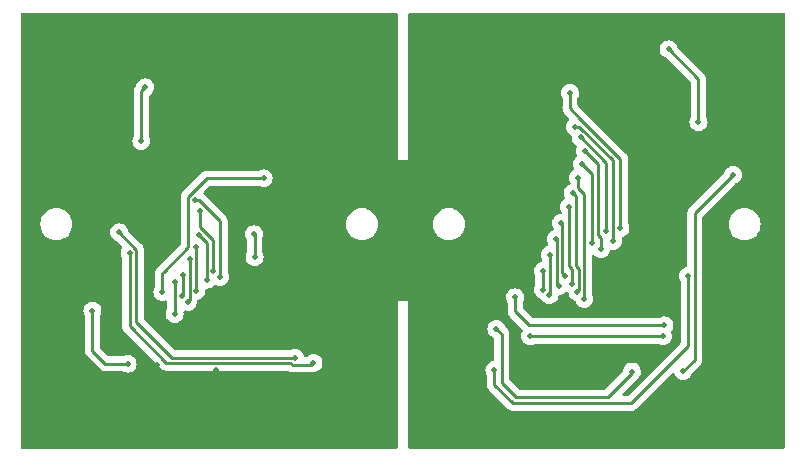
<source format=gbr>
%TF.GenerationSoftware,KiCad,Pcbnew,7.0.8-7.0.8~ubuntu22.04.1*%
%TF.CreationDate,2023-10-22T18:31:10+02:00*%
%TF.ProjectId,extension-cable,65787465-6e73-4696-9f6e-2d6361626c65,rev?*%
%TF.SameCoordinates,Original*%
%TF.FileFunction,Copper,L2,Bot*%
%TF.FilePolarity,Positive*%
%FSLAX46Y46*%
G04 Gerber Fmt 4.6, Leading zero omitted, Abs format (unit mm)*
G04 Created by KiCad (PCBNEW 7.0.8-7.0.8~ubuntu22.04.1) date 2023-10-22 18:31:10*
%MOMM*%
%LPD*%
G01*
G04 APERTURE LIST*
%TA.AperFunction,ViaPad*%
%ADD10C,0.500000*%
%TD*%
%TA.AperFunction,ViaPad*%
%ADD11C,0.800000*%
%TD*%
%TA.AperFunction,Conductor*%
%ADD12C,0.250000*%
%TD*%
G04 APERTURE END LIST*
D10*
X109900000Y-74870000D03*
X109900000Y-76916000D03*
X109900000Y-78962000D03*
X109900000Y-85100000D03*
X109900000Y-83054000D03*
X109900000Y-81008000D03*
X117800000Y-88320000D03*
X85860000Y-80150000D03*
X100755000Y-90765000D03*
D11*
X119770000Y-91820000D03*
X118520000Y-67660000D03*
X89249829Y-67956895D03*
D10*
X94033948Y-91780000D03*
D11*
X133020000Y-67540000D03*
X100740000Y-67850000D03*
X130540000Y-67590000D03*
D10*
X89040000Y-91390000D03*
D11*
X98260000Y-67900000D03*
X121529829Y-67646895D03*
X86240000Y-67970000D03*
D10*
X87500000Y-91240000D03*
X89520000Y-85180000D03*
X98090000Y-75570000D03*
X97320000Y-82210000D03*
X97270000Y-80310000D03*
X90560000Y-84380000D03*
X90550000Y-87040000D03*
X91250000Y-83750000D03*
X91142198Y-85553987D03*
X91659983Y-86017590D03*
X91820000Y-82390000D03*
X92400000Y-85090000D03*
X92329909Y-81399910D03*
X93270000Y-84150000D03*
X92578807Y-80344909D03*
X93840000Y-83390000D03*
X92720000Y-78320000D03*
X92290000Y-77400000D03*
X94410000Y-83910000D03*
X87740000Y-72390000D03*
X88060000Y-67870000D03*
X86580000Y-91260000D03*
X83600000Y-86770000D03*
X102310000Y-91210000D03*
X86740000Y-81861834D03*
X117630000Y-91820000D03*
X134040000Y-83830000D03*
X121740000Y-83440000D03*
X121750000Y-84990000D03*
X122290000Y-85450000D03*
X122330000Y-82030000D03*
X122820000Y-80710000D03*
X123075000Y-84690070D03*
X123645000Y-83840000D03*
X123266382Y-79373996D03*
X124215000Y-84550000D03*
X123956404Y-77977493D03*
X124250000Y-76810000D03*
X124660000Y-85190000D03*
X125240000Y-85770000D03*
X124710000Y-75530000D03*
X125910000Y-81070000D03*
X125050000Y-74380000D03*
X125281949Y-73248051D03*
X126656252Y-81568319D03*
X127090000Y-80040000D03*
X124926949Y-72113051D03*
X127680000Y-80860000D03*
X124440000Y-71210000D03*
X128300000Y-79790000D03*
X124030000Y-68340000D03*
X129280000Y-91930000D03*
X134910000Y-70790000D03*
X132380000Y-64650000D03*
X120640000Y-88940000D03*
X131900000Y-88930000D03*
X133620000Y-91910000D03*
X137850000Y-75260000D03*
X132030000Y-88020000D03*
X119380000Y-85650000D03*
D12*
X118265000Y-92905000D02*
X118265000Y-88785000D01*
X118265000Y-88785000D02*
X117800000Y-88320000D01*
X85860000Y-80150000D02*
X87310000Y-81600000D01*
X87310000Y-87720000D02*
X90355000Y-90765000D01*
X87310000Y-81600000D02*
X87310000Y-87720000D01*
X90355000Y-90765000D02*
X100755000Y-90765000D01*
X91720000Y-77121660D02*
X91720000Y-81410000D01*
X89520000Y-83610000D02*
X89670000Y-83460000D01*
X98090000Y-75570000D02*
X93271660Y-75570000D01*
X89520000Y-85180000D02*
X89520000Y-83610000D01*
X93271660Y-75570000D02*
X91720000Y-77121660D01*
X91720000Y-81410000D02*
X89670000Y-83460000D01*
X97320000Y-80360000D02*
X97270000Y-80310000D01*
X97320000Y-82210000D02*
X97320000Y-80360000D01*
X90560000Y-87030000D02*
X90550000Y-87040000D01*
X90560000Y-84380000D02*
X90560000Y-87030000D01*
X91250000Y-85446185D02*
X91142198Y-85553987D01*
X91250000Y-83750000D02*
X91250000Y-85446185D01*
X91820000Y-82390000D02*
X91820000Y-85857573D01*
X91820000Y-85857573D02*
X91659983Y-86017590D01*
X92400000Y-85090000D02*
X92400000Y-81470001D01*
X92400000Y-81470001D02*
X92329909Y-81399910D01*
X93270000Y-81036102D02*
X92578807Y-80344909D01*
X93270000Y-84150000D02*
X93270000Y-81036102D01*
X92720000Y-78320000D02*
X92720000Y-79680000D01*
X92720000Y-79680000D02*
X93840000Y-80800000D01*
X93840000Y-80800000D02*
X93840000Y-83390000D01*
X94410000Y-79203898D02*
X92606102Y-77400000D01*
X92606102Y-77400000D02*
X92290000Y-77400000D01*
X94410000Y-83910000D02*
X94410000Y-79203898D01*
X87740000Y-72390000D02*
X87740000Y-68190000D01*
X87740000Y-68190000D02*
X88060000Y-67870000D01*
X83600000Y-90170000D02*
X84690000Y-91260000D01*
X84690000Y-91260000D02*
X86580000Y-91260000D01*
X83600000Y-86770000D02*
X83600000Y-90170000D01*
X100393898Y-91210000D02*
X89840000Y-91210000D01*
X102310000Y-91210000D02*
X102185000Y-91335000D01*
X89840000Y-91210000D02*
X86740000Y-88110000D01*
X86740000Y-88110000D02*
X86740000Y-81861834D01*
X102185000Y-91335000D02*
X100518898Y-91335000D01*
X100518898Y-91335000D02*
X100393898Y-91210000D01*
X129220000Y-94610000D02*
X134030000Y-89800000D01*
X117630000Y-93030000D02*
X119210000Y-94610000D01*
X134030000Y-89800000D02*
X134030000Y-83840000D01*
X119210000Y-94610000D02*
X129220000Y-94610000D01*
X134030000Y-83840000D02*
X134040000Y-83830000D01*
X117630000Y-91820000D02*
X117630000Y-93030000D01*
X121740000Y-83440000D02*
X121740000Y-84980000D01*
X121740000Y-84980000D02*
X121750000Y-84990000D01*
X122330000Y-82030000D02*
X122330000Y-85410000D01*
X122330000Y-85410000D02*
X122290000Y-85450000D01*
X122900000Y-84515070D02*
X123075000Y-84690070D01*
X122900000Y-80790000D02*
X122900000Y-84515070D01*
X122820000Y-80710000D02*
X122900000Y-80790000D01*
X123390000Y-83585000D02*
X123645000Y-83840000D01*
X123266382Y-79373996D02*
X123390000Y-79497614D01*
X123390000Y-79497614D02*
X123390000Y-83585000D01*
X123956404Y-77977493D02*
X123956404Y-83025730D01*
X123956404Y-83025730D02*
X124215000Y-83284326D01*
X124215000Y-83284326D02*
X124215000Y-84550000D01*
X124548506Y-77108506D02*
X124548506Y-82988506D01*
X124785000Y-83225000D02*
X124785000Y-85065000D01*
X124548506Y-82988506D02*
X124785000Y-83225000D01*
X124785000Y-85065000D02*
X124660000Y-85190000D01*
X124250000Y-76810000D02*
X124548506Y-77108506D01*
X125240000Y-76900000D02*
X125240000Y-85770000D01*
X124710000Y-76370000D02*
X125240000Y-76900000D01*
X124710000Y-75530000D02*
X124710000Y-76370000D01*
X125910000Y-75240000D02*
X125910000Y-81070000D01*
X125050000Y-74380000D02*
X125910000Y-75240000D01*
X126680000Y-81544571D02*
X126656252Y-81568319D01*
X125281949Y-73248051D02*
X126420000Y-74386102D01*
X126680000Y-80610000D02*
X126680000Y-81544571D01*
X126420000Y-74386102D02*
X126420000Y-80350000D01*
X126420000Y-80350000D02*
X126680000Y-80610000D01*
X124953051Y-72113051D02*
X124926949Y-72113051D01*
X127090000Y-80040000D02*
X127090000Y-74250000D01*
X127090000Y-74250000D02*
X124953051Y-72113051D01*
X124830000Y-71210000D02*
X127680000Y-74060000D01*
X127680000Y-74060000D02*
X127680000Y-80860000D01*
X124440000Y-71210000D02*
X124830000Y-71210000D01*
X124030000Y-69640000D02*
X124900000Y-70510000D01*
X124030000Y-68340000D02*
X124030000Y-69640000D01*
X128300000Y-73910000D02*
X124900000Y-70510000D01*
X128300000Y-79790000D02*
X128300000Y-73910000D01*
X118265000Y-92905000D02*
X119470000Y-94110000D01*
X129280000Y-92090000D02*
X129280000Y-91930000D01*
X127260000Y-94110000D02*
X129280000Y-92090000D01*
X119470000Y-94110000D02*
X127260000Y-94110000D01*
X134910000Y-67180000D02*
X134910000Y-70790000D01*
X134910000Y-67180000D02*
X132380000Y-64650000D01*
X131900000Y-88930000D02*
X120650000Y-88930000D01*
X120650000Y-88930000D02*
X120640000Y-88940000D01*
X134610000Y-78500000D02*
X137850000Y-75260000D01*
X133620000Y-91910000D02*
X134610000Y-90920000D01*
X134610000Y-90920000D02*
X134610000Y-78500000D01*
X119380000Y-86830000D02*
X120570000Y-88020000D01*
X119380000Y-85650000D02*
X119380000Y-86830000D01*
X120570000Y-88020000D02*
X131940000Y-88020000D01*
%TA.AperFunction,Conductor*%
G36*
X109392539Y-61570185D02*
G01*
X109438294Y-61622989D01*
X109449500Y-61674500D01*
X109449500Y-73965289D01*
X109445339Y-73986209D01*
X109445339Y-73999999D01*
X109453683Y-74020144D01*
X109461348Y-74038651D01*
X109500000Y-74054661D01*
X109513795Y-74054661D01*
X109534712Y-74050500D01*
X110265288Y-74050500D01*
X110286205Y-74054661D01*
X110300000Y-74054661D01*
X110338651Y-74038651D01*
X110346317Y-74020144D01*
X110354661Y-74000000D01*
X110354661Y-73999999D01*
X110354661Y-73986209D01*
X110350500Y-73965289D01*
X110350500Y-64650003D01*
X131616701Y-64650003D01*
X131635836Y-64819844D01*
X131635837Y-64819849D01*
X131692291Y-64981183D01*
X131783229Y-65125909D01*
X131904091Y-65246771D01*
X132048817Y-65337709D01*
X132210150Y-65394162D01*
X132210151Y-65394162D01*
X132211291Y-65394561D01*
X132258018Y-65423922D01*
X134240181Y-67406085D01*
X134273666Y-67467408D01*
X134276500Y-67493766D01*
X134276500Y-70336819D01*
X134257494Y-70402791D01*
X134222291Y-70458815D01*
X134165837Y-70620150D01*
X134165836Y-70620155D01*
X134146701Y-70789996D01*
X134146701Y-70790003D01*
X134165836Y-70959844D01*
X134165837Y-70959849D01*
X134222291Y-71121183D01*
X134278100Y-71210003D01*
X134313229Y-71265909D01*
X134434091Y-71386771D01*
X134578817Y-71477709D01*
X134740150Y-71534162D01*
X134740155Y-71534163D01*
X134909996Y-71553299D01*
X134910000Y-71553299D01*
X134910004Y-71553299D01*
X135079844Y-71534163D01*
X135079847Y-71534162D01*
X135079850Y-71534162D01*
X135241183Y-71477709D01*
X135385909Y-71386771D01*
X135506771Y-71265909D01*
X135597709Y-71121183D01*
X135654162Y-70959850D01*
X135673299Y-70790000D01*
X135667000Y-70734094D01*
X135654163Y-70620155D01*
X135654162Y-70620150D01*
X135651740Y-70613229D01*
X135597709Y-70458817D01*
X135594639Y-70453931D01*
X135562506Y-70402791D01*
X135543500Y-70336819D01*
X135543500Y-67263631D01*
X135545238Y-67247881D01*
X135544968Y-67247856D01*
X135545701Y-67240094D01*
X135545702Y-67240091D01*
X135543500Y-67170041D01*
X135543500Y-67140144D01*
X135542614Y-67133136D01*
X135542156Y-67127314D01*
X135540673Y-67080110D01*
X135540672Y-67080108D01*
X135534979Y-67060514D01*
X135531032Y-67041457D01*
X135528474Y-67021203D01*
X135511084Y-66977284D01*
X135509193Y-66971757D01*
X135496018Y-66926408D01*
X135496018Y-66926407D01*
X135485624Y-66908832D01*
X135477064Y-66891356D01*
X135469554Y-66872388D01*
X135469554Y-66872387D01*
X135469553Y-66872385D01*
X135469552Y-66872383D01*
X135441789Y-66834171D01*
X135438587Y-66829297D01*
X135414542Y-66788637D01*
X135400106Y-66774201D01*
X135387469Y-66759406D01*
X135375471Y-66742892D01*
X135339084Y-66712790D01*
X135334762Y-66708857D01*
X133153921Y-64528016D01*
X133124560Y-64481289D01*
X133124162Y-64480152D01*
X133124162Y-64480150D01*
X133067709Y-64318817D01*
X132976771Y-64174091D01*
X132855909Y-64053229D01*
X132855908Y-64053228D01*
X132711183Y-63962291D01*
X132549849Y-63905837D01*
X132549844Y-63905836D01*
X132380004Y-63886701D01*
X132379996Y-63886701D01*
X132210155Y-63905836D01*
X132210150Y-63905837D01*
X132048816Y-63962291D01*
X131904091Y-64053228D01*
X131783228Y-64174091D01*
X131692291Y-64318816D01*
X131635837Y-64480150D01*
X131635836Y-64480155D01*
X131616701Y-64649996D01*
X131616701Y-64650003D01*
X110350500Y-64650003D01*
X110350500Y-61674500D01*
X110370185Y-61607461D01*
X110422989Y-61561706D01*
X110474500Y-61550500D01*
X142125500Y-61550500D01*
X142192539Y-61570185D01*
X142238294Y-61622989D01*
X142249500Y-61674500D01*
X142249500Y-98325500D01*
X142229815Y-98392539D01*
X142177011Y-98438294D01*
X142125500Y-98449500D01*
X110474500Y-98449500D01*
X110407461Y-98429815D01*
X110361706Y-98377011D01*
X110350500Y-98325500D01*
X110350500Y-91820003D01*
X116866701Y-91820003D01*
X116885836Y-91989844D01*
X116885839Y-91989857D01*
X116942290Y-92151181D01*
X116942291Y-92151183D01*
X116977493Y-92207206D01*
X116996500Y-92273178D01*
X116996500Y-92946366D01*
X116994761Y-92962113D01*
X116995032Y-92962139D01*
X116994298Y-92969905D01*
X116996500Y-93039957D01*
X116996500Y-93069859D01*
X116997384Y-93076856D01*
X116997842Y-93082679D01*
X116999326Y-93129889D01*
X116999327Y-93129891D01*
X117005022Y-93149495D01*
X117008967Y-93168542D01*
X117011526Y-93188797D01*
X117011527Y-93188800D01*
X117011528Y-93188803D01*
X117028914Y-93232716D01*
X117030806Y-93238244D01*
X117043981Y-93283592D01*
X117054372Y-93301162D01*
X117062932Y-93318635D01*
X117070447Y-93337617D01*
X117098209Y-93375827D01*
X117101416Y-93380710D01*
X117125458Y-93421362D01*
X117125462Y-93421366D01*
X117139889Y-93435793D01*
X117152526Y-93450588D01*
X117164528Y-93467107D01*
X117200931Y-93497222D01*
X117205231Y-93501135D01*
X118702910Y-94998814D01*
X118712816Y-95011178D01*
X118713026Y-95011005D01*
X118718001Y-95017019D01*
X118769094Y-95064999D01*
X118790225Y-95086129D01*
X118790230Y-95086134D01*
X118795802Y-95090456D01*
X118800242Y-95094249D01*
X118834678Y-95126586D01*
X118852567Y-95136420D01*
X118868833Y-95147104D01*
X118884959Y-95159613D01*
X118928298Y-95178367D01*
X118933545Y-95180937D01*
X118974940Y-95203695D01*
X118994718Y-95208773D01*
X119013121Y-95215074D01*
X119031852Y-95223180D01*
X119031853Y-95223180D01*
X119031855Y-95223181D01*
X119059250Y-95227519D01*
X119078497Y-95230568D01*
X119084213Y-95231751D01*
X119129970Y-95243500D01*
X119150390Y-95243500D01*
X119169789Y-95245027D01*
X119189941Y-95248218D01*
X119189942Y-95248219D01*
X119189942Y-95248218D01*
X119189943Y-95248219D01*
X119236959Y-95243775D01*
X119242796Y-95243500D01*
X129136366Y-95243500D01*
X129152113Y-95245238D01*
X129152139Y-95244968D01*
X129159905Y-95245701D01*
X129159909Y-95245702D01*
X129229958Y-95243500D01*
X129259856Y-95243500D01*
X129259857Y-95243500D01*
X129261222Y-95243327D01*
X129266862Y-95242614D01*
X129272685Y-95242156D01*
X129298708Y-95241338D01*
X129319890Y-95240673D01*
X129329681Y-95237827D01*
X129339481Y-95234980D01*
X129358538Y-95231032D01*
X129378797Y-95228474D01*
X129422721Y-95211082D01*
X129428221Y-95209199D01*
X129473593Y-95196018D01*
X129491165Y-95185625D01*
X129508632Y-95177068D01*
X129527617Y-95169552D01*
X129565826Y-95141790D01*
X129570704Y-95138585D01*
X129611362Y-95114542D01*
X129625802Y-95100100D01*
X129640592Y-95087470D01*
X129657107Y-95075472D01*
X129687222Y-95039067D01*
X129691126Y-95034776D01*
X132676732Y-92049170D01*
X132738053Y-92015687D01*
X132807745Y-92020671D01*
X132863678Y-92062543D01*
X132881452Y-92095898D01*
X132932289Y-92241180D01*
X132932291Y-92241183D01*
X133023229Y-92385909D01*
X133144091Y-92506771D01*
X133288817Y-92597709D01*
X133450150Y-92654162D01*
X133450155Y-92654163D01*
X133619996Y-92673299D01*
X133620000Y-92673299D01*
X133620004Y-92673299D01*
X133789844Y-92654163D01*
X133789847Y-92654162D01*
X133789850Y-92654162D01*
X133951183Y-92597709D01*
X134095909Y-92506771D01*
X134216771Y-92385909D01*
X134307709Y-92241183D01*
X134364162Y-92079850D01*
X134364162Y-92079845D01*
X134364561Y-92078707D01*
X134393920Y-92031982D01*
X134998815Y-91427087D01*
X135011180Y-91417183D01*
X135011006Y-91416973D01*
X135017012Y-91412003D01*
X135017018Y-91412000D01*
X135064999Y-91360904D01*
X135086134Y-91339770D01*
X135090463Y-91334187D01*
X135094242Y-91329763D01*
X135126586Y-91295321D01*
X135136423Y-91277424D01*
X135147097Y-91261174D01*
X135159613Y-91245041D01*
X135178372Y-91201689D01*
X135180933Y-91196462D01*
X135203695Y-91155060D01*
X135208774Y-91135274D01*
X135215072Y-91116882D01*
X135223181Y-91098145D01*
X135229330Y-91059310D01*
X135230568Y-91051501D01*
X135231748Y-91045794D01*
X135243500Y-91000030D01*
X135243500Y-90979609D01*
X135245027Y-90960209D01*
X135248219Y-90940057D01*
X135243775Y-90893040D01*
X135243500Y-90887203D01*
X135243500Y-79460000D01*
X137454341Y-79460000D01*
X137474936Y-79695403D01*
X137474938Y-79695413D01*
X137536094Y-79923655D01*
X137536096Y-79923659D01*
X137536097Y-79923663D01*
X137561816Y-79978817D01*
X137635964Y-80137828D01*
X137635965Y-80137830D01*
X137771505Y-80331402D01*
X137938597Y-80498494D01*
X138132169Y-80634034D01*
X138132171Y-80634035D01*
X138346337Y-80733903D01*
X138574592Y-80795063D01*
X138751034Y-80810500D01*
X138868966Y-80810500D01*
X139045408Y-80795063D01*
X139273663Y-80733903D01*
X139487829Y-80634035D01*
X139681401Y-80498495D01*
X139848495Y-80331401D01*
X139984035Y-80137830D01*
X140083903Y-79923663D01*
X140145063Y-79695408D01*
X140165659Y-79460000D01*
X140165555Y-79458817D01*
X140149528Y-79275625D01*
X140145063Y-79224592D01*
X140083903Y-78996337D01*
X139984035Y-78782171D01*
X139984034Y-78782169D01*
X139848494Y-78588597D01*
X139681402Y-78421505D01*
X139487830Y-78285965D01*
X139487828Y-78285964D01*
X139353993Y-78223556D01*
X139273663Y-78186097D01*
X139273659Y-78186096D01*
X139273655Y-78186094D01*
X139045413Y-78124938D01*
X139045403Y-78124936D01*
X138868966Y-78109500D01*
X138751034Y-78109500D01*
X138574596Y-78124936D01*
X138574586Y-78124938D01*
X138346344Y-78186094D01*
X138346335Y-78186098D01*
X138132171Y-78285964D01*
X138132169Y-78285965D01*
X137938597Y-78421505D01*
X137771506Y-78588597D01*
X137771501Y-78588604D01*
X137635967Y-78782165D01*
X137635965Y-78782169D01*
X137536098Y-78996335D01*
X137536094Y-78996344D01*
X137474938Y-79224586D01*
X137474936Y-79224596D01*
X137454341Y-79459999D01*
X137454341Y-79460000D01*
X135243500Y-79460000D01*
X135243500Y-78813766D01*
X135263185Y-78746727D01*
X135279819Y-78726085D01*
X136625185Y-77380719D01*
X137971983Y-76033920D01*
X138018708Y-76004561D01*
X138019847Y-76004162D01*
X138019850Y-76004162D01*
X138181183Y-75947709D01*
X138325909Y-75856771D01*
X138446771Y-75735909D01*
X138537709Y-75591183D01*
X138594162Y-75429850D01*
X138597508Y-75400155D01*
X138613299Y-75260003D01*
X138613299Y-75259996D01*
X138594163Y-75090155D01*
X138594162Y-75090150D01*
X138563643Y-75002932D01*
X138537709Y-74928817D01*
X138446771Y-74784091D01*
X138325909Y-74663229D01*
X138325908Y-74663228D01*
X138181183Y-74572291D01*
X138019849Y-74515837D01*
X138019844Y-74515836D01*
X137850004Y-74496701D01*
X137849996Y-74496701D01*
X137680155Y-74515836D01*
X137680150Y-74515837D01*
X137518816Y-74572291D01*
X137374091Y-74663228D01*
X137253228Y-74784091D01*
X137162289Y-74928819D01*
X137105438Y-75091290D01*
X137076078Y-75138016D01*
X134221179Y-77992914D01*
X134208820Y-78002818D01*
X134208993Y-78003027D01*
X134202983Y-78007999D01*
X134155016Y-78059078D01*
X134133872Y-78080222D01*
X134133857Y-78080239D01*
X134129531Y-78085814D01*
X134125747Y-78090244D01*
X134093419Y-78124671D01*
X134093412Y-78124681D01*
X134083579Y-78142567D01*
X134072903Y-78158820D01*
X134060386Y-78174957D01*
X134060385Y-78174959D01*
X134041625Y-78218310D01*
X134039055Y-78223556D01*
X134016303Y-78264941D01*
X134016303Y-78264942D01*
X134011225Y-78284720D01*
X134004925Y-78303122D01*
X133996818Y-78321857D01*
X133989431Y-78368495D01*
X133988246Y-78374216D01*
X133976500Y-78419965D01*
X133976500Y-78440384D01*
X133974973Y-78459783D01*
X133971780Y-78479941D01*
X133971780Y-78479942D01*
X133976225Y-78526966D01*
X133976500Y-78532804D01*
X133976500Y-82963041D01*
X133956815Y-83030080D01*
X133904011Y-83075835D01*
X133876742Y-83083394D01*
X133876946Y-83084286D01*
X133870158Y-83085835D01*
X133708817Y-83142290D01*
X133564091Y-83233228D01*
X133443228Y-83354091D01*
X133352291Y-83498816D01*
X133295837Y-83660150D01*
X133295836Y-83660155D01*
X133276701Y-83829996D01*
X133276701Y-83830003D01*
X133295836Y-83999844D01*
X133295839Y-83999857D01*
X133352290Y-84161181D01*
X133352291Y-84161183D01*
X133377493Y-84201291D01*
X133396500Y-84267263D01*
X133396500Y-89486233D01*
X133376815Y-89553272D01*
X133360181Y-89573914D01*
X128993914Y-93940181D01*
X128932591Y-93973666D01*
X128906233Y-93976500D01*
X128588766Y-93976500D01*
X128521727Y-93956815D01*
X128475972Y-93904011D01*
X128466028Y-93834853D01*
X128495053Y-93771297D01*
X128501085Y-93764819D01*
X128792238Y-93473666D01*
X129668815Y-92597087D01*
X129681175Y-92587187D01*
X129681001Y-92586977D01*
X129687011Y-92582004D01*
X129687018Y-92582000D01*
X129703455Y-92564495D01*
X129727869Y-92544388D01*
X129755909Y-92526771D01*
X129876771Y-92405909D01*
X129967709Y-92261183D01*
X130024162Y-92099850D01*
X130024163Y-92099844D01*
X130043299Y-91930003D01*
X130043299Y-91929996D01*
X130024163Y-91760155D01*
X130024162Y-91760150D01*
X129998184Y-91685909D01*
X129967709Y-91598817D01*
X129876771Y-91454091D01*
X129755909Y-91333229D01*
X129755908Y-91333228D01*
X129611183Y-91242291D01*
X129449849Y-91185837D01*
X129449844Y-91185836D01*
X129280004Y-91166701D01*
X129279996Y-91166701D01*
X129110155Y-91185836D01*
X129110150Y-91185837D01*
X128948816Y-91242291D01*
X128804091Y-91333228D01*
X128683228Y-91454091D01*
X128592291Y-91598816D01*
X128535837Y-91760150D01*
X128535836Y-91760155D01*
X128518080Y-91917754D01*
X128491014Y-91982168D01*
X128482541Y-91991552D01*
X127033914Y-93440181D01*
X126972591Y-93473666D01*
X126946233Y-93476500D01*
X119783767Y-93476500D01*
X119716728Y-93456815D01*
X119696086Y-93440181D01*
X118934819Y-92678914D01*
X118901334Y-92617591D01*
X118898500Y-92591233D01*
X118898500Y-88868631D01*
X118900238Y-88852881D01*
X118899968Y-88852856D01*
X118900701Y-88845094D01*
X118900702Y-88845091D01*
X118898500Y-88775041D01*
X118898500Y-88745144D01*
X118897614Y-88738136D01*
X118897156Y-88732314D01*
X118895673Y-88685110D01*
X118895672Y-88685108D01*
X118889979Y-88665514D01*
X118886032Y-88646457D01*
X118883474Y-88626203D01*
X118866084Y-88582284D01*
X118864193Y-88576757D01*
X118851018Y-88531408D01*
X118851018Y-88531407D01*
X118840624Y-88513832D01*
X118832064Y-88496356D01*
X118824554Y-88477388D01*
X118824554Y-88477387D01*
X118824553Y-88477385D01*
X118824552Y-88477383D01*
X118796789Y-88439171D01*
X118793587Y-88434297D01*
X118769542Y-88393637D01*
X118755106Y-88379201D01*
X118742469Y-88364406D01*
X118730472Y-88347893D01*
X118694084Y-88317790D01*
X118689762Y-88313857D01*
X118573921Y-88198016D01*
X118544560Y-88151289D01*
X118544162Y-88150152D01*
X118544162Y-88150150D01*
X118487709Y-87988817D01*
X118396771Y-87844091D01*
X118275909Y-87723229D01*
X118275908Y-87723228D01*
X118131183Y-87632291D01*
X117969849Y-87575837D01*
X117969844Y-87575836D01*
X117800004Y-87556701D01*
X117799996Y-87556701D01*
X117630155Y-87575836D01*
X117630150Y-87575837D01*
X117468816Y-87632291D01*
X117324091Y-87723228D01*
X117203228Y-87844091D01*
X117112291Y-87988816D01*
X117055837Y-88150150D01*
X117055836Y-88150155D01*
X117036701Y-88319996D01*
X117036701Y-88320003D01*
X117055836Y-88489844D01*
X117055837Y-88489849D01*
X117112291Y-88651183D01*
X117190116Y-88775041D01*
X117203229Y-88795909D01*
X117324091Y-88916771D01*
X117468817Y-89007709D01*
X117548454Y-89035575D01*
X117605230Y-89076297D01*
X117630978Y-89141249D01*
X117631500Y-89152617D01*
X117631500Y-90945718D01*
X117611815Y-91012757D01*
X117559011Y-91058512D01*
X117521384Y-91068938D01*
X117460154Y-91075836D01*
X117460150Y-91075837D01*
X117298816Y-91132291D01*
X117154091Y-91223228D01*
X117033228Y-91344091D01*
X116942291Y-91488816D01*
X116885837Y-91650150D01*
X116885836Y-91650155D01*
X116866701Y-91819996D01*
X116866701Y-91820003D01*
X110350500Y-91820003D01*
X110350500Y-86034711D01*
X110354661Y-86013796D01*
X110354661Y-86000000D01*
X110351347Y-85992000D01*
X110338651Y-85961349D01*
X110338650Y-85961348D01*
X110331214Y-85958268D01*
X110300001Y-85945339D01*
X110286205Y-85945339D01*
X110265288Y-85949500D01*
X109534712Y-85949500D01*
X109513795Y-85945339D01*
X109499999Y-85945339D01*
X109468786Y-85958268D01*
X109461349Y-85961348D01*
X109445339Y-86000000D01*
X109445339Y-86013796D01*
X109449500Y-86034711D01*
X109449500Y-98325500D01*
X109429815Y-98392539D01*
X109377011Y-98438294D01*
X109325500Y-98449500D01*
X77644500Y-98449500D01*
X77577461Y-98429815D01*
X77531706Y-98377011D01*
X77520500Y-98325500D01*
X77520500Y-86770003D01*
X82836701Y-86770003D01*
X82855836Y-86939844D01*
X82855839Y-86939857D01*
X82912290Y-87101181D01*
X82912291Y-87101183D01*
X82947493Y-87157206D01*
X82966500Y-87223178D01*
X82966500Y-90086366D01*
X82964761Y-90102113D01*
X82965032Y-90102139D01*
X82964298Y-90109905D01*
X82966500Y-90179957D01*
X82966500Y-90209859D01*
X82967384Y-90216856D01*
X82967842Y-90222679D01*
X82969326Y-90269889D01*
X82969327Y-90269891D01*
X82975022Y-90289495D01*
X82978967Y-90308542D01*
X82981526Y-90328797D01*
X82981527Y-90328800D01*
X82981528Y-90328803D01*
X82998914Y-90372716D01*
X83000806Y-90378244D01*
X83013981Y-90423592D01*
X83024372Y-90441162D01*
X83032932Y-90458635D01*
X83040447Y-90477617D01*
X83068209Y-90515827D01*
X83071416Y-90520710D01*
X83095458Y-90561362D01*
X83095462Y-90561366D01*
X83109889Y-90575793D01*
X83122527Y-90590589D01*
X83134528Y-90607107D01*
X83134530Y-90607109D01*
X83141927Y-90613228D01*
X83170931Y-90637222D01*
X83175231Y-90641135D01*
X83689156Y-91155060D01*
X84182909Y-91648813D01*
X84192818Y-91661181D01*
X84193028Y-91661008D01*
X84197998Y-91667017D01*
X84249079Y-91714984D01*
X84270224Y-91736130D01*
X84275813Y-91740466D01*
X84280245Y-91744252D01*
X84312159Y-91774220D01*
X84314680Y-91776587D01*
X84332562Y-91786417D01*
X84348829Y-91797102D01*
X84364960Y-91809615D01*
X84377579Y-91815075D01*
X84408307Y-91828371D01*
X84413533Y-91830931D01*
X84454940Y-91853695D01*
X84474716Y-91858772D01*
X84493124Y-91865075D01*
X84511850Y-91873179D01*
X84511852Y-91873180D01*
X84511853Y-91873180D01*
X84511855Y-91873181D01*
X84552784Y-91879663D01*
X84558503Y-91880569D01*
X84564212Y-91881751D01*
X84609970Y-91893500D01*
X84630384Y-91893500D01*
X84649783Y-91895027D01*
X84669943Y-91898220D01*
X84716966Y-91893775D01*
X84722804Y-91893500D01*
X86126820Y-91893500D01*
X86192793Y-91912507D01*
X86248814Y-91947708D01*
X86410150Y-92004162D01*
X86410155Y-92004163D01*
X86579996Y-92023299D01*
X86580000Y-92023299D01*
X86580004Y-92023299D01*
X86749844Y-92004163D01*
X86749847Y-92004162D01*
X86749850Y-92004162D01*
X86911183Y-91947709D01*
X87055909Y-91856771D01*
X87176771Y-91735909D01*
X87267709Y-91591183D01*
X87324162Y-91429850D01*
X87325564Y-91417408D01*
X87343299Y-91260003D01*
X87343299Y-91259996D01*
X87324163Y-91090155D01*
X87324162Y-91090150D01*
X87319153Y-91075836D01*
X87267709Y-90928817D01*
X87176771Y-90784091D01*
X87055909Y-90663229D01*
X87055908Y-90663228D01*
X86911183Y-90572291D01*
X86749849Y-90515837D01*
X86749844Y-90515836D01*
X86580004Y-90496701D01*
X86579996Y-90496701D01*
X86410155Y-90515836D01*
X86410150Y-90515837D01*
X86248814Y-90572291D01*
X86192793Y-90607493D01*
X86126820Y-90626500D01*
X85003766Y-90626500D01*
X84936727Y-90606815D01*
X84916085Y-90590181D01*
X84269819Y-89943914D01*
X84236334Y-89882591D01*
X84233500Y-89856233D01*
X84233500Y-87223178D01*
X84252506Y-87157206D01*
X84287709Y-87101183D01*
X84344162Y-86939850D01*
X84345284Y-86929891D01*
X84363299Y-86770003D01*
X84363299Y-86769996D01*
X84344163Y-86600155D01*
X84344162Y-86600150D01*
X84324021Y-86542591D01*
X84287709Y-86438817D01*
X84196771Y-86294091D01*
X84075909Y-86173229D01*
X84075908Y-86173228D01*
X83931183Y-86082291D01*
X83769849Y-86025837D01*
X83769844Y-86025836D01*
X83600004Y-86006701D01*
X83599996Y-86006701D01*
X83430155Y-86025836D01*
X83430150Y-86025837D01*
X83268816Y-86082291D01*
X83124091Y-86173228D01*
X83003228Y-86294091D01*
X82912291Y-86438816D01*
X82855837Y-86600150D01*
X82855836Y-86600155D01*
X82836701Y-86769996D01*
X82836701Y-86770003D01*
X77520500Y-86770003D01*
X77520500Y-79460000D01*
X79184341Y-79460000D01*
X79204936Y-79695403D01*
X79204938Y-79695413D01*
X79266094Y-79923655D01*
X79266096Y-79923659D01*
X79266097Y-79923663D01*
X79291816Y-79978817D01*
X79365964Y-80137828D01*
X79365965Y-80137830D01*
X79501505Y-80331402D01*
X79668597Y-80498494D01*
X79862169Y-80634034D01*
X79862171Y-80634035D01*
X80076337Y-80733903D01*
X80304592Y-80795063D01*
X80481034Y-80810500D01*
X80598966Y-80810500D01*
X80775408Y-80795063D01*
X81003663Y-80733903D01*
X81217829Y-80634035D01*
X81411401Y-80498495D01*
X81578495Y-80331401D01*
X81705511Y-80150003D01*
X85096701Y-80150003D01*
X85115836Y-80319844D01*
X85115837Y-80319849D01*
X85172291Y-80481183D01*
X85254919Y-80612685D01*
X85263229Y-80625909D01*
X85384091Y-80746771D01*
X85528817Y-80837709D01*
X85690150Y-80894162D01*
X85690151Y-80894162D01*
X85691291Y-80894561D01*
X85738018Y-80923922D01*
X86095219Y-81281123D01*
X86128704Y-81342446D01*
X86123720Y-81412138D01*
X86112532Y-81434775D01*
X86052292Y-81530647D01*
X85995837Y-81691984D01*
X85995836Y-81691989D01*
X85976701Y-81861830D01*
X85976701Y-81861837D01*
X85995836Y-82031678D01*
X85995839Y-82031691D01*
X86052290Y-82193015D01*
X86052291Y-82193017D01*
X86087493Y-82249040D01*
X86106500Y-82315012D01*
X86106500Y-88026366D01*
X86104761Y-88042113D01*
X86105032Y-88042139D01*
X86104298Y-88049905D01*
X86106500Y-88119957D01*
X86106500Y-88149859D01*
X86107384Y-88156856D01*
X86107842Y-88162679D01*
X86109326Y-88209889D01*
X86109327Y-88209891D01*
X86115022Y-88229495D01*
X86118967Y-88248542D01*
X86121526Y-88268797D01*
X86121527Y-88268800D01*
X86121528Y-88268803D01*
X86138914Y-88312716D01*
X86140806Y-88318244D01*
X86153981Y-88363592D01*
X86164372Y-88381162D01*
X86172932Y-88398635D01*
X86180447Y-88417617D01*
X86208209Y-88455827D01*
X86211418Y-88460712D01*
X86235452Y-88501353D01*
X86235458Y-88501362D01*
X86235462Y-88501366D01*
X86249889Y-88515793D01*
X86262526Y-88530588D01*
X86274528Y-88547107D01*
X86310931Y-88577222D01*
X86315231Y-88581135D01*
X88612911Y-90878816D01*
X89332912Y-91598817D01*
X89342816Y-91611178D01*
X89343026Y-91611005D01*
X89348001Y-91617019D01*
X89399078Y-91664984D01*
X89420224Y-91686130D01*
X89425813Y-91690466D01*
X89430245Y-91694252D01*
X89452324Y-91714984D01*
X89464680Y-91726587D01*
X89482562Y-91736417D01*
X89498829Y-91747102D01*
X89514960Y-91759615D01*
X89536838Y-91769081D01*
X89558307Y-91778371D01*
X89563533Y-91780931D01*
X89604940Y-91803695D01*
X89624716Y-91808772D01*
X89643124Y-91815075D01*
X89661850Y-91823179D01*
X89661852Y-91823180D01*
X89661853Y-91823180D01*
X89661855Y-91823181D01*
X89701956Y-91829532D01*
X89708503Y-91830569D01*
X89714212Y-91831751D01*
X89759970Y-91843500D01*
X89780384Y-91843500D01*
X89799783Y-91845027D01*
X89819943Y-91848220D01*
X89866966Y-91843775D01*
X89872804Y-91843500D01*
X100097032Y-91843500D01*
X100156760Y-91858833D01*
X100161456Y-91861414D01*
X100177731Y-91872105D01*
X100193851Y-91884610D01*
X100193853Y-91884611D01*
X100193857Y-91884614D01*
X100237205Y-91903371D01*
X100242431Y-91905931D01*
X100283838Y-91928695D01*
X100303614Y-91933772D01*
X100322022Y-91940075D01*
X100340748Y-91948179D01*
X100340750Y-91948180D01*
X100340751Y-91948180D01*
X100340753Y-91948181D01*
X100378518Y-91954162D01*
X100387401Y-91955569D01*
X100393110Y-91956751D01*
X100438868Y-91968500D01*
X100459282Y-91968500D01*
X100478681Y-91970027D01*
X100498841Y-91973220D01*
X100545864Y-91968775D01*
X100551702Y-91968500D01*
X102101366Y-91968500D01*
X102117113Y-91970238D01*
X102117139Y-91969968D01*
X102124905Y-91970701D01*
X102124909Y-91970702D01*
X102194958Y-91968500D01*
X102224856Y-91968500D01*
X102224858Y-91968500D01*
X102224859Y-91968499D01*
X102229271Y-91967941D01*
X102231842Y-91967617D01*
X102237655Y-91967158D01*
X102239844Y-91967088D01*
X102242665Y-91966999D01*
X102260453Y-91967716D01*
X102310000Y-91973299D01*
X102310000Y-91973298D01*
X102310001Y-91973299D01*
X102310003Y-91973299D01*
X102479844Y-91954163D01*
X102479847Y-91954162D01*
X102479850Y-91954162D01*
X102641183Y-91897709D01*
X102785909Y-91806771D01*
X102906771Y-91685909D01*
X102997709Y-91541183D01*
X103054162Y-91379850D01*
X103065701Y-91277435D01*
X103073299Y-91210003D01*
X103073299Y-91209996D01*
X103054163Y-91040155D01*
X103054162Y-91040150D01*
X103040123Y-91000028D01*
X102997709Y-90878817D01*
X102906771Y-90734091D01*
X102785909Y-90613229D01*
X102785908Y-90613228D01*
X102641183Y-90522291D01*
X102479849Y-90465837D01*
X102479844Y-90465836D01*
X102310004Y-90446701D01*
X102309996Y-90446701D01*
X102140155Y-90465836D01*
X102140150Y-90465837D01*
X101978816Y-90522291D01*
X101834091Y-90613228D01*
X101782139Y-90665181D01*
X101720816Y-90698666D01*
X101694458Y-90701500D01*
X101621958Y-90701500D01*
X101554919Y-90681815D01*
X101509164Y-90629011D01*
X101501606Y-90601732D01*
X101500711Y-90601937D01*
X101499162Y-90595150D01*
X101471409Y-90515837D01*
X101442709Y-90433817D01*
X101351771Y-90289091D01*
X101230909Y-90168229D01*
X101230908Y-90168228D01*
X101086183Y-90077291D01*
X100924849Y-90020837D01*
X100924844Y-90020836D01*
X100755004Y-90001701D01*
X100754996Y-90001701D01*
X100585155Y-90020836D01*
X100585150Y-90020837D01*
X100423814Y-90077291D01*
X100367793Y-90112493D01*
X100301820Y-90131500D01*
X90668767Y-90131500D01*
X90601728Y-90111815D01*
X90581086Y-90095181D01*
X87979819Y-87493914D01*
X87946334Y-87432591D01*
X87943500Y-87406233D01*
X87943500Y-85180003D01*
X88756701Y-85180003D01*
X88775836Y-85349844D01*
X88775837Y-85349849D01*
X88832291Y-85511183D01*
X88919513Y-85649996D01*
X88923229Y-85655909D01*
X89044091Y-85776771D01*
X89188817Y-85867709D01*
X89278456Y-85899075D01*
X89350150Y-85924162D01*
X89350155Y-85924163D01*
X89519996Y-85943299D01*
X89520000Y-85943299D01*
X89520004Y-85943299D01*
X89689844Y-85924163D01*
X89689847Y-85924162D01*
X89689850Y-85924162D01*
X89689851Y-85924161D01*
X89689854Y-85924161D01*
X89761544Y-85899075D01*
X89831323Y-85895512D01*
X89891951Y-85930241D01*
X89924178Y-85992234D01*
X89926500Y-86016116D01*
X89926500Y-86570904D01*
X89907494Y-86636876D01*
X89862291Y-86708815D01*
X89805837Y-86870150D01*
X89805836Y-86870155D01*
X89786701Y-87039996D01*
X89786701Y-87040003D01*
X89805836Y-87209844D01*
X89805837Y-87209849D01*
X89862291Y-87371183D01*
X89939408Y-87493914D01*
X89953229Y-87515909D01*
X90074091Y-87636771D01*
X90218817Y-87727709D01*
X90380150Y-87784162D01*
X90380155Y-87784163D01*
X90549996Y-87803299D01*
X90550000Y-87803299D01*
X90550004Y-87803299D01*
X90719844Y-87784163D01*
X90719847Y-87784162D01*
X90719850Y-87784162D01*
X90881183Y-87727709D01*
X91025909Y-87636771D01*
X91146771Y-87515909D01*
X91237709Y-87371183D01*
X91294162Y-87209850D01*
X91294163Y-87209844D01*
X91313299Y-87040003D01*
X91313299Y-87039997D01*
X91300893Y-86929889D01*
X91295499Y-86882018D01*
X91307553Y-86813198D01*
X91354902Y-86761818D01*
X91422513Y-86744194D01*
X91459673Y-86751094D01*
X91485292Y-86760058D01*
X91490133Y-86761752D01*
X91490134Y-86761752D01*
X91490138Y-86761753D01*
X91659979Y-86780889D01*
X91659983Y-86780889D01*
X91659987Y-86780889D01*
X91829827Y-86761753D01*
X91829830Y-86761752D01*
X91829833Y-86761752D01*
X91991166Y-86705299D01*
X92135892Y-86614361D01*
X92256754Y-86493499D01*
X92347692Y-86348773D01*
X92404145Y-86187440D01*
X92415227Y-86089081D01*
X92416783Y-86080612D01*
X92418265Y-86074830D01*
X92418768Y-86072873D01*
X92425072Y-86054455D01*
X92433181Y-86035718D01*
X92440569Y-85989070D01*
X92441751Y-85983359D01*
X92453500Y-85937603D01*
X92453500Y-85937601D01*
X92455440Y-85930046D01*
X92458092Y-85930727D01*
X92480758Y-85878713D01*
X92538867Y-85839918D01*
X92561993Y-85835047D01*
X92569850Y-85834162D01*
X92731183Y-85777709D01*
X92875909Y-85686771D01*
X92912677Y-85650003D01*
X118616701Y-85650003D01*
X118635836Y-85819844D01*
X118635839Y-85819857D01*
X118692290Y-85981181D01*
X118692291Y-85981183D01*
X118727493Y-86037206D01*
X118746500Y-86103178D01*
X118746500Y-86746366D01*
X118744761Y-86762113D01*
X118745032Y-86762139D01*
X118744298Y-86769905D01*
X118746500Y-86839957D01*
X118746500Y-86869859D01*
X118747384Y-86876856D01*
X118747842Y-86882679D01*
X118749326Y-86929889D01*
X118749327Y-86929891D01*
X118755022Y-86949495D01*
X118758967Y-86968542D01*
X118761526Y-86988797D01*
X118761527Y-86988800D01*
X118761528Y-86988803D01*
X118778914Y-87032716D01*
X118780806Y-87038244D01*
X118793981Y-87083592D01*
X118804372Y-87101162D01*
X118812932Y-87118635D01*
X118820447Y-87137617D01*
X118848209Y-87175827D01*
X118851416Y-87180710D01*
X118875458Y-87221362D01*
X118875462Y-87221366D01*
X118889889Y-87235793D01*
X118902526Y-87250588D01*
X118914528Y-87267107D01*
X118950931Y-87297222D01*
X118955231Y-87301135D01*
X119498187Y-87844091D01*
X120002229Y-88348133D01*
X120035714Y-88409456D01*
X120030730Y-88479148D01*
X120019542Y-88501785D01*
X119952292Y-88608813D01*
X119895837Y-88770150D01*
X119895836Y-88770155D01*
X119876701Y-88939996D01*
X119876701Y-88940003D01*
X119895836Y-89109844D01*
X119895837Y-89109849D01*
X119952291Y-89271183D01*
X120036945Y-89405909D01*
X120043229Y-89415909D01*
X120164091Y-89536771D01*
X120308817Y-89627709D01*
X120441572Y-89674162D01*
X120470150Y-89684162D01*
X120470155Y-89684163D01*
X120639996Y-89703299D01*
X120640000Y-89703299D01*
X120640004Y-89703299D01*
X120809844Y-89684163D01*
X120809846Y-89684162D01*
X120809850Y-89684162D01*
X120809853Y-89684160D01*
X120809857Y-89684160D01*
X120872942Y-89662084D01*
X120971183Y-89627709D01*
X121043121Y-89582506D01*
X121109093Y-89563500D01*
X131446820Y-89563500D01*
X131512793Y-89582507D01*
X131568814Y-89617708D01*
X131730150Y-89674162D01*
X131730155Y-89674163D01*
X131899996Y-89693299D01*
X131900000Y-89693299D01*
X131900004Y-89693299D01*
X132069844Y-89674163D01*
X132069847Y-89674162D01*
X132069850Y-89674162D01*
X132231183Y-89617709D01*
X132375909Y-89526771D01*
X132496771Y-89405909D01*
X132587709Y-89261183D01*
X132644162Y-89099850D01*
X132662172Y-88940003D01*
X132663299Y-88930003D01*
X132663299Y-88929996D01*
X132644163Y-88760155D01*
X132644160Y-88760142D01*
X132596893Y-88625063D01*
X132593330Y-88555285D01*
X132623170Y-88501943D01*
X132622430Y-88501353D01*
X132626016Y-88496855D01*
X132626261Y-88496419D01*
X132626324Y-88496356D01*
X132626771Y-88495909D01*
X132717709Y-88351183D01*
X132774162Y-88189850D01*
X132776336Y-88170556D01*
X132793299Y-88020003D01*
X132793299Y-88019996D01*
X132774163Y-87850155D01*
X132774162Y-87850150D01*
X132751072Y-87784163D01*
X132717709Y-87688817D01*
X132626771Y-87544091D01*
X132505909Y-87423229D01*
X132505908Y-87423228D01*
X132361183Y-87332291D01*
X132199849Y-87275837D01*
X132199844Y-87275836D01*
X132030004Y-87256701D01*
X132029996Y-87256701D01*
X131860155Y-87275836D01*
X131860150Y-87275837D01*
X131698814Y-87332291D01*
X131642793Y-87367493D01*
X131576820Y-87386500D01*
X120883766Y-87386500D01*
X120816727Y-87366815D01*
X120796085Y-87350181D01*
X120049819Y-86603914D01*
X120016334Y-86542591D01*
X120013500Y-86516233D01*
X120013500Y-86103178D01*
X120032506Y-86037206D01*
X120067709Y-85981183D01*
X120107416Y-85867708D01*
X120124160Y-85819857D01*
X120124163Y-85819844D01*
X120143299Y-85650003D01*
X120143299Y-85649996D01*
X120124163Y-85480155D01*
X120124162Y-85480150D01*
X120108095Y-85434233D01*
X120067709Y-85318817D01*
X119976771Y-85174091D01*
X119855909Y-85053229D01*
X119855908Y-85053228D01*
X119711183Y-84962291D01*
X119549849Y-84905837D01*
X119549844Y-84905836D01*
X119380004Y-84886701D01*
X119379996Y-84886701D01*
X119210155Y-84905836D01*
X119210150Y-84905837D01*
X119048816Y-84962291D01*
X118904091Y-85053228D01*
X118783228Y-85174091D01*
X118692291Y-85318816D01*
X118635837Y-85480150D01*
X118635836Y-85480155D01*
X118616701Y-85649996D01*
X118616701Y-85650003D01*
X92912677Y-85650003D01*
X92996771Y-85565909D01*
X93087709Y-85421183D01*
X93144162Y-85259850D01*
X93144163Y-85259844D01*
X93163299Y-85090003D01*
X93163299Y-85089999D01*
X93162587Y-85083687D01*
X93158860Y-85050604D01*
X93170914Y-84981785D01*
X93218262Y-84930405D01*
X93268197Y-84913502D01*
X93269999Y-84913298D01*
X93270000Y-84913299D01*
X93310768Y-84908705D01*
X93439845Y-84894163D01*
X93439848Y-84894162D01*
X93439850Y-84894162D01*
X93601183Y-84837709D01*
X93745909Y-84746771D01*
X93866771Y-84625909D01*
X93873522Y-84615163D01*
X93925852Y-84568872D01*
X93994905Y-84558221D01*
X94044491Y-84576140D01*
X94078817Y-84597709D01*
X94127937Y-84614896D01*
X94240142Y-84654160D01*
X94240148Y-84654161D01*
X94240150Y-84654162D01*
X94240151Y-84654162D01*
X94240155Y-84654163D01*
X94409996Y-84673299D01*
X94410000Y-84673299D01*
X94410004Y-84673299D01*
X94579844Y-84654163D01*
X94579847Y-84654162D01*
X94579850Y-84654162D01*
X94741183Y-84597709D01*
X94885909Y-84506771D01*
X95006771Y-84385909D01*
X95097709Y-84241183D01*
X95154162Y-84079850D01*
X95163176Y-83999850D01*
X95173299Y-83910003D01*
X95173299Y-83909996D01*
X95154163Y-83740155D01*
X95154162Y-83740150D01*
X95117677Y-83635883D01*
X95097709Y-83578817D01*
X95085975Y-83560142D01*
X95062506Y-83522791D01*
X95043500Y-83456819D01*
X95043500Y-83440003D01*
X120976701Y-83440003D01*
X120995836Y-83609844D01*
X120995839Y-83609857D01*
X121052290Y-83771181D01*
X121052291Y-83771183D01*
X121087493Y-83827206D01*
X121106500Y-83893178D01*
X121106500Y-84552734D01*
X121087494Y-84618706D01*
X121062291Y-84658815D01*
X121005837Y-84820150D01*
X121005836Y-84820155D01*
X120986701Y-84989996D01*
X120986701Y-84990003D01*
X121005836Y-85159844D01*
X121005837Y-85159849D01*
X121062291Y-85321183D01*
X121153228Y-85465908D01*
X121274091Y-85586771D01*
X121400037Y-85665909D01*
X121418817Y-85677709D01*
X121444715Y-85686771D01*
X121531064Y-85716986D01*
X121587840Y-85757708D01*
X121601825Y-85780217D01*
X121602288Y-85781180D01*
X121692131Y-85924162D01*
X121693229Y-85925909D01*
X121814091Y-86046771D01*
X121958817Y-86137709D01*
X122100923Y-86187434D01*
X122120150Y-86194162D01*
X122120155Y-86194163D01*
X122289996Y-86213299D01*
X122290000Y-86213299D01*
X122290004Y-86213299D01*
X122459844Y-86194163D01*
X122459847Y-86194162D01*
X122459850Y-86194162D01*
X122621183Y-86137709D01*
X122765909Y-86046771D01*
X122886771Y-85925909D01*
X122977709Y-85781183D01*
X123034162Y-85619850D01*
X123040240Y-85565909D01*
X123041564Y-85554155D01*
X123068630Y-85489741D01*
X123126224Y-85450185D01*
X123150900Y-85444817D01*
X123176513Y-85441931D01*
X123244844Y-85434233D01*
X123244847Y-85434232D01*
X123244850Y-85434232D01*
X123406183Y-85377779D01*
X123550909Y-85286841D01*
X123639623Y-85198126D01*
X123700942Y-85164644D01*
X123770634Y-85169628D01*
X123793273Y-85180816D01*
X123852904Y-85218285D01*
X123899195Y-85270620D01*
X123910152Y-85309395D01*
X123915836Y-85359844D01*
X123972290Y-85521182D01*
X124063228Y-85665908D01*
X124184091Y-85786771D01*
X124328818Y-85877710D01*
X124376764Y-85894486D01*
X124437999Y-85915913D01*
X124494774Y-85956633D01*
X124514086Y-85992000D01*
X124552290Y-86101182D01*
X124622739Y-86213299D01*
X124643229Y-86245909D01*
X124764091Y-86366771D01*
X124908817Y-86457709D01*
X125011099Y-86493499D01*
X125070150Y-86514162D01*
X125070155Y-86514163D01*
X125239996Y-86533299D01*
X125240000Y-86533299D01*
X125240004Y-86533299D01*
X125409844Y-86514163D01*
X125409847Y-86514162D01*
X125409850Y-86514162D01*
X125571183Y-86457709D01*
X125715909Y-86366771D01*
X125836771Y-86245909D01*
X125927709Y-86101183D01*
X125984162Y-85939850D01*
X125985733Y-85925908D01*
X126003299Y-85770003D01*
X126003299Y-85769996D01*
X125984163Y-85600155D01*
X125984162Y-85600150D01*
X125979480Y-85586771D01*
X125927709Y-85438817D01*
X125916629Y-85421183D01*
X125892506Y-85382791D01*
X125873500Y-85316819D01*
X125873500Y-82157609D01*
X125893185Y-82090570D01*
X125945989Y-82044815D01*
X126015147Y-82034871D01*
X126078703Y-82063896D01*
X126085181Y-82069928D01*
X126180343Y-82165090D01*
X126325069Y-82256028D01*
X126486402Y-82312481D01*
X126486407Y-82312482D01*
X126656248Y-82331618D01*
X126656252Y-82331618D01*
X126656256Y-82331618D01*
X126826096Y-82312482D01*
X126826099Y-82312481D01*
X126826102Y-82312481D01*
X126987435Y-82256028D01*
X127132161Y-82165090D01*
X127253023Y-82044228D01*
X127343961Y-81899502D01*
X127400414Y-81738169D01*
X127402815Y-81716852D01*
X127429881Y-81652440D01*
X127487476Y-81612884D01*
X127539919Y-81607516D01*
X127587562Y-81612884D01*
X127679997Y-81623299D01*
X127680000Y-81623299D01*
X127680004Y-81623299D01*
X127849844Y-81604163D01*
X127849847Y-81604162D01*
X127849850Y-81604162D01*
X128011183Y-81547709D01*
X128155909Y-81456771D01*
X128276771Y-81335909D01*
X128367709Y-81191183D01*
X128424162Y-81029850D01*
X128441063Y-80879849D01*
X128443299Y-80860003D01*
X128443299Y-80859996D01*
X128424163Y-80690157D01*
X128424162Y-80690151D01*
X128424162Y-80690150D01*
X128421471Y-80682462D01*
X128417909Y-80612685D01*
X128452637Y-80552058D01*
X128497558Y-80524466D01*
X128631183Y-80477709D01*
X128775909Y-80386771D01*
X128896771Y-80265909D01*
X128987709Y-80121183D01*
X129044162Y-79959850D01*
X129044163Y-79959844D01*
X129063299Y-79790003D01*
X129063299Y-79789996D01*
X129044163Y-79620155D01*
X129044162Y-79620150D01*
X129016548Y-79541233D01*
X128987709Y-79458817D01*
X128987708Y-79458815D01*
X128952506Y-79402791D01*
X128933500Y-79336819D01*
X128933500Y-73993631D01*
X128935238Y-73977881D01*
X128934968Y-73977856D01*
X128935701Y-73970094D01*
X128935702Y-73970091D01*
X128933500Y-73900041D01*
X128933500Y-73870144D01*
X128932614Y-73863136D01*
X128932156Y-73857314D01*
X128930673Y-73810110D01*
X128930672Y-73810108D01*
X128924979Y-73790514D01*
X128921032Y-73771457D01*
X128918474Y-73751203D01*
X128904698Y-73716409D01*
X128901086Y-73707286D01*
X128899193Y-73701757D01*
X128892481Y-73678653D01*
X128886018Y-73656407D01*
X128875622Y-73638829D01*
X128867066Y-73621362D01*
X128863128Y-73611416D01*
X128859552Y-73602383D01*
X128831794Y-73564179D01*
X128828587Y-73559296D01*
X128818873Y-73542871D01*
X128804542Y-73518638D01*
X128790108Y-73504204D01*
X128777471Y-73489409D01*
X128765472Y-73472893D01*
X128765470Y-73472890D01*
X128729073Y-73442781D01*
X128724751Y-73438847D01*
X125318524Y-70032619D01*
X125318505Y-70032601D01*
X124699819Y-69413914D01*
X124666334Y-69352591D01*
X124663500Y-69326233D01*
X124663500Y-68793178D01*
X124682506Y-68727206D01*
X124717709Y-68671183D01*
X124753005Y-68570313D01*
X124774160Y-68509857D01*
X124774163Y-68509844D01*
X124793299Y-68340003D01*
X124793299Y-68339996D01*
X124774163Y-68170155D01*
X124774162Y-68170150D01*
X124737094Y-68064216D01*
X124717709Y-68008817D01*
X124626771Y-67864091D01*
X124505909Y-67743229D01*
X124505908Y-67743228D01*
X124361183Y-67652291D01*
X124199849Y-67595837D01*
X124199844Y-67595836D01*
X124030004Y-67576701D01*
X124029996Y-67576701D01*
X123860155Y-67595836D01*
X123860150Y-67595837D01*
X123698816Y-67652291D01*
X123554091Y-67743228D01*
X123433228Y-67864091D01*
X123342291Y-68008816D01*
X123285837Y-68170150D01*
X123285836Y-68170155D01*
X123266701Y-68339996D01*
X123266701Y-68340003D01*
X123285836Y-68509844D01*
X123285839Y-68509857D01*
X123342290Y-68671181D01*
X123342291Y-68671183D01*
X123377493Y-68727206D01*
X123396500Y-68793178D01*
X123396500Y-69556366D01*
X123394761Y-69572113D01*
X123395032Y-69572139D01*
X123394298Y-69579905D01*
X123396500Y-69649957D01*
X123396500Y-69679859D01*
X123397384Y-69686856D01*
X123397842Y-69692679D01*
X123399326Y-69739889D01*
X123399327Y-69739891D01*
X123405022Y-69759495D01*
X123408967Y-69778542D01*
X123411526Y-69798797D01*
X123411527Y-69798800D01*
X123411528Y-69798803D01*
X123428914Y-69842716D01*
X123430806Y-69848244D01*
X123443981Y-69893592D01*
X123454372Y-69911162D01*
X123462932Y-69928635D01*
X123470447Y-69947617D01*
X123498209Y-69985827D01*
X123501416Y-69990710D01*
X123525458Y-70031362D01*
X123525462Y-70031366D01*
X123539889Y-70045793D01*
X123552527Y-70060589D01*
X123564528Y-70077107D01*
X123564531Y-70077110D01*
X123600920Y-70107213D01*
X123605231Y-70111135D01*
X123866639Y-70372544D01*
X123948026Y-70453931D01*
X123981511Y-70515254D01*
X123976527Y-70584946D01*
X123948027Y-70629293D01*
X123843226Y-70734094D01*
X123752291Y-70878816D01*
X123695837Y-71040150D01*
X123695836Y-71040155D01*
X123676701Y-71209996D01*
X123676701Y-71210003D01*
X123695836Y-71379844D01*
X123695837Y-71379849D01*
X123752291Y-71541183D01*
X123843228Y-71685908D01*
X123964091Y-71806771D01*
X124114713Y-71901414D01*
X124113346Y-71903588D01*
X124156428Y-71942483D01*
X124174744Y-72009909D01*
X124173990Y-72021267D01*
X124163650Y-72113045D01*
X124163650Y-72113054D01*
X124182785Y-72282895D01*
X124182786Y-72282900D01*
X124239240Y-72444234D01*
X124330177Y-72588959D01*
X124451040Y-72709822D01*
X124544090Y-72768290D01*
X124590381Y-72820625D01*
X124601029Y-72889679D01*
X124595159Y-72914239D01*
X124537788Y-73078193D01*
X124537785Y-73078206D01*
X124518650Y-73248047D01*
X124518650Y-73248054D01*
X124537785Y-73417895D01*
X124537786Y-73417900D01*
X124594241Y-73579237D01*
X124614460Y-73611416D01*
X124633460Y-73678653D01*
X124613092Y-73745488D01*
X124579309Y-73778591D01*
X124579541Y-73778882D01*
X124576701Y-73781147D01*
X124575451Y-73782372D01*
X124574102Y-73783219D01*
X124574092Y-73783227D01*
X124453228Y-73904091D01*
X124362291Y-74048816D01*
X124305837Y-74210150D01*
X124305836Y-74210155D01*
X124286701Y-74379996D01*
X124286701Y-74380003D01*
X124305836Y-74549844D01*
X124305837Y-74549849D01*
X124362293Y-74711190D01*
X124365311Y-74717456D01*
X124363136Y-74718503D01*
X124379057Y-74774899D01*
X124358673Y-74841729D01*
X124321036Y-74878597D01*
X124234091Y-74933228D01*
X124113228Y-75054091D01*
X124022291Y-75198816D01*
X123965837Y-75360150D01*
X123965836Y-75360155D01*
X123946701Y-75529996D01*
X123946701Y-75530003D01*
X123965836Y-75699844D01*
X123965839Y-75699857D01*
X124022289Y-75861180D01*
X124022291Y-75861183D01*
X124055410Y-75913891D01*
X124074410Y-75981126D01*
X124054042Y-76047962D01*
X124000775Y-76093176D01*
X123991371Y-76096903D01*
X123918817Y-76122290D01*
X123918814Y-76122292D01*
X123774091Y-76213228D01*
X123653228Y-76334091D01*
X123562291Y-76478816D01*
X123505837Y-76640150D01*
X123505836Y-76640155D01*
X123486701Y-76809996D01*
X123486701Y-76810003D01*
X123505836Y-76979844D01*
X123505837Y-76979849D01*
X123562291Y-77141185D01*
X123581073Y-77171075D01*
X123600074Y-77238312D01*
X123579707Y-77305147D01*
X123542053Y-77342041D01*
X123480498Y-77380719D01*
X123480496Y-77380720D01*
X123359632Y-77501584D01*
X123268695Y-77646309D01*
X123212241Y-77807643D01*
X123212240Y-77807648D01*
X123193105Y-77977489D01*
X123193105Y-77977496D01*
X123212240Y-78147337D01*
X123212243Y-78147350D01*
X123268694Y-78308674D01*
X123268695Y-78308676D01*
X123303897Y-78364699D01*
X123322904Y-78430671D01*
X123322904Y-78493515D01*
X123303219Y-78560554D01*
X123250415Y-78606309D01*
X123212787Y-78616735D01*
X123096537Y-78629832D01*
X123096532Y-78629833D01*
X122935198Y-78686287D01*
X122790473Y-78777224D01*
X122669610Y-78898087D01*
X122578673Y-79042812D01*
X122522219Y-79204146D01*
X122522218Y-79204151D01*
X122503083Y-79373992D01*
X122503083Y-79373999D01*
X122522218Y-79543840D01*
X122522219Y-79543845D01*
X122578673Y-79705180D01*
X122643092Y-79807702D01*
X122662092Y-79874939D01*
X122641724Y-79941774D01*
X122588456Y-79986988D01*
X122579053Y-79990716D01*
X122488815Y-80022291D01*
X122344091Y-80113228D01*
X122223228Y-80234091D01*
X122132291Y-80378816D01*
X122075837Y-80540150D01*
X122075836Y-80540155D01*
X122056701Y-80709996D01*
X122056701Y-80710003D01*
X122075836Y-80879844D01*
X122075837Y-80879849D01*
X122132291Y-81041184D01*
X122180605Y-81118075D01*
X122199605Y-81185312D01*
X122179237Y-81252147D01*
X122125969Y-81297361D01*
X122116565Y-81301089D01*
X121998817Y-81342290D01*
X121854091Y-81433228D01*
X121733228Y-81554091D01*
X121642291Y-81698816D01*
X121585837Y-81860150D01*
X121585836Y-81860155D01*
X121566701Y-82029996D01*
X121566701Y-82030003D01*
X121585836Y-82199844D01*
X121585839Y-82199857D01*
X121642290Y-82361181D01*
X121642291Y-82361183D01*
X121677493Y-82417206D01*
X121696500Y-82483178D01*
X121696500Y-82570788D01*
X121676815Y-82637827D01*
X121624011Y-82683582D01*
X121586385Y-82694008D01*
X121570157Y-82695836D01*
X121570152Y-82695837D01*
X121408817Y-82752290D01*
X121264091Y-82843228D01*
X121143228Y-82964091D01*
X121052291Y-83108816D01*
X120995837Y-83270150D01*
X120995836Y-83270155D01*
X120976701Y-83439996D01*
X120976701Y-83440003D01*
X95043500Y-83440003D01*
X95043500Y-80310003D01*
X96506701Y-80310003D01*
X96525836Y-80479844D01*
X96525837Y-80479849D01*
X96582291Y-80641183D01*
X96667494Y-80776782D01*
X96686500Y-80842754D01*
X96686500Y-81756819D01*
X96667494Y-81822791D01*
X96632291Y-81878815D01*
X96575837Y-82040150D01*
X96575836Y-82040155D01*
X96556701Y-82209996D01*
X96556701Y-82210003D01*
X96575836Y-82379844D01*
X96575837Y-82379849D01*
X96632291Y-82541183D01*
X96721766Y-82683582D01*
X96723229Y-82685909D01*
X96844091Y-82806771D01*
X96988817Y-82897709D01*
X97150150Y-82954162D01*
X97150155Y-82954163D01*
X97319996Y-82973299D01*
X97320000Y-82973299D01*
X97320004Y-82973299D01*
X97489844Y-82954163D01*
X97489847Y-82954162D01*
X97489850Y-82954162D01*
X97651183Y-82897709D01*
X97795909Y-82806771D01*
X97916771Y-82685909D01*
X98007709Y-82541183D01*
X98064162Y-82379850D01*
X98064163Y-82379844D01*
X98083299Y-82210003D01*
X98083299Y-82209996D01*
X98064163Y-82040155D01*
X98064162Y-82040150D01*
X98061200Y-82031684D01*
X98007709Y-81878817D01*
X97997038Y-81861834D01*
X97972506Y-81822791D01*
X97953500Y-81756819D01*
X97953500Y-80674280D01*
X97960459Y-80633325D01*
X98014160Y-80479857D01*
X98014163Y-80479844D01*
X98033299Y-80310003D01*
X98033299Y-80309996D01*
X98014163Y-80140155D01*
X98014162Y-80140150D01*
X98004742Y-80113229D01*
X97957709Y-79978817D01*
X97866771Y-79834091D01*
X97745909Y-79713229D01*
X97745908Y-79713228D01*
X97601183Y-79622291D01*
X97439849Y-79565837D01*
X97439844Y-79565836D01*
X97270004Y-79546701D01*
X97269996Y-79546701D01*
X97100155Y-79565836D01*
X97100150Y-79565837D01*
X96938816Y-79622291D01*
X96794091Y-79713228D01*
X96673228Y-79834091D01*
X96582291Y-79978816D01*
X96525837Y-80140150D01*
X96525836Y-80140155D01*
X96506701Y-80309996D01*
X96506701Y-80310003D01*
X95043500Y-80310003D01*
X95043500Y-79460000D01*
X105064341Y-79460000D01*
X105084936Y-79695403D01*
X105084938Y-79695413D01*
X105146094Y-79923655D01*
X105146096Y-79923659D01*
X105146097Y-79923663D01*
X105171816Y-79978817D01*
X105245964Y-80137828D01*
X105245965Y-80137830D01*
X105381505Y-80331402D01*
X105548597Y-80498494D01*
X105742169Y-80634034D01*
X105742171Y-80634035D01*
X105956337Y-80733903D01*
X106184592Y-80795063D01*
X106361034Y-80810500D01*
X106478966Y-80810500D01*
X106655408Y-80795063D01*
X106883663Y-80733903D01*
X107097829Y-80634035D01*
X107291401Y-80498495D01*
X107458495Y-80331401D01*
X107594035Y-80137830D01*
X107693903Y-79923663D01*
X107755063Y-79695408D01*
X107775659Y-79460000D01*
X112424341Y-79460000D01*
X112444936Y-79695403D01*
X112444938Y-79695413D01*
X112506094Y-79923655D01*
X112506096Y-79923659D01*
X112506097Y-79923663D01*
X112531816Y-79978817D01*
X112605964Y-80137828D01*
X112605965Y-80137830D01*
X112741505Y-80331402D01*
X112908597Y-80498494D01*
X113102169Y-80634034D01*
X113102171Y-80634035D01*
X113316337Y-80733903D01*
X113544592Y-80795063D01*
X113721034Y-80810500D01*
X113838966Y-80810500D01*
X114015408Y-80795063D01*
X114243663Y-80733903D01*
X114457829Y-80634035D01*
X114651401Y-80498495D01*
X114818495Y-80331401D01*
X114954035Y-80137830D01*
X115053903Y-79923663D01*
X115115063Y-79695408D01*
X115135659Y-79460000D01*
X115135555Y-79458817D01*
X115119528Y-79275625D01*
X115115063Y-79224592D01*
X115053903Y-78996337D01*
X114954035Y-78782171D01*
X114954034Y-78782169D01*
X114818494Y-78588597D01*
X114651402Y-78421505D01*
X114457830Y-78285965D01*
X114457828Y-78285964D01*
X114323993Y-78223556D01*
X114243663Y-78186097D01*
X114243659Y-78186096D01*
X114243655Y-78186094D01*
X114015413Y-78124938D01*
X114015403Y-78124936D01*
X113838966Y-78109500D01*
X113721034Y-78109500D01*
X113544596Y-78124936D01*
X113544586Y-78124938D01*
X113316344Y-78186094D01*
X113316335Y-78186098D01*
X113102171Y-78285964D01*
X113102169Y-78285965D01*
X112908597Y-78421505D01*
X112741506Y-78588597D01*
X112741501Y-78588604D01*
X112605967Y-78782165D01*
X112605965Y-78782169D01*
X112506098Y-78996335D01*
X112506094Y-78996344D01*
X112444938Y-79224586D01*
X112444936Y-79224596D01*
X112424341Y-79459999D01*
X112424341Y-79460000D01*
X107775659Y-79460000D01*
X107775555Y-79458817D01*
X107759528Y-79275625D01*
X107755063Y-79224592D01*
X107693903Y-78996337D01*
X107594035Y-78782171D01*
X107594034Y-78782169D01*
X107458494Y-78588597D01*
X107291402Y-78421505D01*
X107097830Y-78285965D01*
X107097828Y-78285964D01*
X106963993Y-78223556D01*
X106883663Y-78186097D01*
X106883659Y-78186096D01*
X106883655Y-78186094D01*
X106655413Y-78124938D01*
X106655403Y-78124936D01*
X106478966Y-78109500D01*
X106361034Y-78109500D01*
X106184596Y-78124936D01*
X106184586Y-78124938D01*
X105956344Y-78186094D01*
X105956335Y-78186098D01*
X105742171Y-78285964D01*
X105742169Y-78285965D01*
X105548597Y-78421505D01*
X105381506Y-78588597D01*
X105381501Y-78588604D01*
X105245967Y-78782165D01*
X105245965Y-78782169D01*
X105146098Y-78996335D01*
X105146094Y-78996344D01*
X105084938Y-79224586D01*
X105084936Y-79224596D01*
X105064341Y-79459999D01*
X105064341Y-79460000D01*
X95043500Y-79460000D01*
X95043500Y-79287529D01*
X95045238Y-79271779D01*
X95044968Y-79271754D01*
X95045701Y-79263992D01*
X95045702Y-79263989D01*
X95043500Y-79193940D01*
X95043500Y-79164042D01*
X95042614Y-79157034D01*
X95042156Y-79151212D01*
X95040673Y-79104009D01*
X95040672Y-79104007D01*
X95034979Y-79084413D01*
X95031032Y-79065357D01*
X95028474Y-79045101D01*
X95011084Y-79001181D01*
X95009195Y-78995661D01*
X95007019Y-78988174D01*
X94996018Y-78950305D01*
X94985622Y-78932727D01*
X94977066Y-78915260D01*
X94969552Y-78896281D01*
X94941794Y-78858077D01*
X94938587Y-78853194D01*
X94915269Y-78813766D01*
X94914542Y-78812536D01*
X94900108Y-78798102D01*
X94887471Y-78783307D01*
X94875472Y-78766791D01*
X94875470Y-78766788D01*
X94839073Y-78736679D01*
X94834751Y-78732745D01*
X93113190Y-77011183D01*
X93103289Y-76998823D01*
X93103079Y-76998998D01*
X93098104Y-76992986D01*
X93098102Y-76992982D01*
X93071759Y-76968245D01*
X93047023Y-76945015D01*
X93025870Y-76923863D01*
X93025868Y-76923861D01*
X93020297Y-76919540D01*
X93015853Y-76915745D01*
X93009065Y-76909371D01*
X92973669Y-76849130D01*
X92976461Y-76779316D01*
X93006264Y-76731299D01*
X93497745Y-76239819D01*
X93559068Y-76206334D01*
X93585426Y-76203500D01*
X97636820Y-76203500D01*
X97702793Y-76222507D01*
X97758814Y-76257708D01*
X97920150Y-76314162D01*
X97920155Y-76314163D01*
X98089996Y-76333299D01*
X98090000Y-76333299D01*
X98090004Y-76333299D01*
X98259844Y-76314163D01*
X98259847Y-76314162D01*
X98259850Y-76314162D01*
X98421183Y-76257709D01*
X98565909Y-76166771D01*
X98686771Y-76045909D01*
X98777709Y-75901183D01*
X98834162Y-75739850D01*
X98838669Y-75699850D01*
X98853299Y-75570003D01*
X98853299Y-75569996D01*
X98834163Y-75400155D01*
X98834162Y-75400150D01*
X98785121Y-75260000D01*
X98777709Y-75238817D01*
X98686771Y-75094091D01*
X98565909Y-74973229D01*
X98565908Y-74973228D01*
X98421183Y-74882291D01*
X98259849Y-74825837D01*
X98259844Y-74825836D01*
X98090004Y-74806701D01*
X98089996Y-74806701D01*
X97920155Y-74825836D01*
X97920150Y-74825837D01*
X97758814Y-74882291D01*
X97702793Y-74917493D01*
X97636820Y-74936500D01*
X93355292Y-74936500D01*
X93339540Y-74934760D01*
X93339515Y-74935032D01*
X93331753Y-74934298D01*
X93331752Y-74934298D01*
X93261689Y-74936500D01*
X93231804Y-74936500D01*
X93231801Y-74936500D01*
X93231789Y-74936501D01*
X93224797Y-74937384D01*
X93218980Y-74937841D01*
X93171771Y-74939325D01*
X93171769Y-74939326D01*
X93152156Y-74945023D01*
X93133119Y-74948965D01*
X93112868Y-74951524D01*
X93112862Y-74951526D01*
X93068959Y-74968907D01*
X93063435Y-74970798D01*
X93018066Y-74983981D01*
X93018061Y-74983983D01*
X93000487Y-74994376D01*
X92983022Y-75002932D01*
X92964047Y-75010445D01*
X92964045Y-75010446D01*
X92925836Y-75038206D01*
X92920954Y-75041412D01*
X92880295Y-75065458D01*
X92865860Y-75079894D01*
X92851072Y-75092525D01*
X92834554Y-75104526D01*
X92834548Y-75104532D01*
X92804440Y-75140925D01*
X92800509Y-75145246D01*
X91331179Y-76614574D01*
X91318820Y-76624478D01*
X91318993Y-76624687D01*
X91312983Y-76629659D01*
X91265015Y-76680739D01*
X91243872Y-76701882D01*
X91243857Y-76701899D01*
X91239531Y-76707474D01*
X91235747Y-76711904D01*
X91203419Y-76746331D01*
X91203412Y-76746341D01*
X91193579Y-76764227D01*
X91182903Y-76780480D01*
X91170386Y-76796617D01*
X91170385Y-76796619D01*
X91151625Y-76839970D01*
X91149055Y-76845216D01*
X91126303Y-76886601D01*
X91126303Y-76886602D01*
X91121225Y-76906380D01*
X91114925Y-76924782D01*
X91106818Y-76943517D01*
X91099431Y-76990155D01*
X91098246Y-76995876D01*
X91086500Y-77041625D01*
X91086500Y-77062044D01*
X91084973Y-77081443D01*
X91081780Y-77101601D01*
X91081780Y-77101602D01*
X91086225Y-77148626D01*
X91086500Y-77154464D01*
X91086500Y-81096233D01*
X91066815Y-81163272D01*
X91050181Y-81183914D01*
X89197160Y-83036934D01*
X89197138Y-83036954D01*
X89131180Y-83102913D01*
X89118821Y-83112816D01*
X89118994Y-83113025D01*
X89112985Y-83117996D01*
X89065014Y-83169080D01*
X89043872Y-83190222D01*
X89043857Y-83190239D01*
X89039531Y-83195814D01*
X89035747Y-83200244D01*
X89003419Y-83234671D01*
X89003412Y-83234681D01*
X88993579Y-83252567D01*
X88982903Y-83268820D01*
X88970386Y-83284957D01*
X88970385Y-83284959D01*
X88951625Y-83328310D01*
X88949055Y-83333556D01*
X88926303Y-83374941D01*
X88926303Y-83374942D01*
X88921225Y-83394720D01*
X88914925Y-83413122D01*
X88906818Y-83431857D01*
X88899431Y-83478495D01*
X88898246Y-83484216D01*
X88886500Y-83529965D01*
X88886500Y-83550384D01*
X88884973Y-83569783D01*
X88881780Y-83589941D01*
X88881780Y-83589942D01*
X88886225Y-83636966D01*
X88886500Y-83642804D01*
X88886500Y-84726819D01*
X88867494Y-84792791D01*
X88832291Y-84848815D01*
X88775837Y-85010150D01*
X88775836Y-85010155D01*
X88756701Y-85179996D01*
X88756701Y-85180003D01*
X87943500Y-85180003D01*
X87943500Y-81683632D01*
X87945239Y-81667880D01*
X87944968Y-81667855D01*
X87945700Y-81660099D01*
X87945702Y-81660092D01*
X87943500Y-81590028D01*
X87943500Y-81560144D01*
X87942614Y-81553141D01*
X87942157Y-81547322D01*
X87940674Y-81500113D01*
X87940674Y-81500111D01*
X87934974Y-81480492D01*
X87931031Y-81461446D01*
X87930440Y-81456771D01*
X87928474Y-81441203D01*
X87911081Y-81397274D01*
X87909204Y-81391792D01*
X87896019Y-81346407D01*
X87885620Y-81328824D01*
X87877066Y-81311363D01*
X87869552Y-81292383D01*
X87841793Y-81254176D01*
X87838586Y-81249294D01*
X87814544Y-81208641D01*
X87814543Y-81208640D01*
X87814542Y-81208638D01*
X87800108Y-81194204D01*
X87787471Y-81179409D01*
X87778420Y-81166951D01*
X87775470Y-81162890D01*
X87739073Y-81132781D01*
X87734751Y-81128847D01*
X86633921Y-80028016D01*
X86604560Y-79981289D01*
X86604162Y-79980152D01*
X86604162Y-79980150D01*
X86547709Y-79818817D01*
X86456771Y-79674091D01*
X86335909Y-79553229D01*
X86335908Y-79553228D01*
X86191183Y-79462291D01*
X86029849Y-79405837D01*
X86029844Y-79405836D01*
X85860004Y-79386701D01*
X85859996Y-79386701D01*
X85690155Y-79405836D01*
X85690150Y-79405837D01*
X85528816Y-79462291D01*
X85384091Y-79553228D01*
X85263228Y-79674091D01*
X85172291Y-79818816D01*
X85115837Y-79980150D01*
X85115836Y-79980155D01*
X85096701Y-80149996D01*
X85096701Y-80150003D01*
X81705511Y-80150003D01*
X81714035Y-80137830D01*
X81813903Y-79923663D01*
X81875063Y-79695408D01*
X81895659Y-79460000D01*
X81895555Y-79458817D01*
X81879528Y-79275625D01*
X81875063Y-79224592D01*
X81813903Y-78996337D01*
X81714035Y-78782171D01*
X81714034Y-78782169D01*
X81578494Y-78588597D01*
X81411402Y-78421505D01*
X81217830Y-78285965D01*
X81217828Y-78285964D01*
X81083993Y-78223556D01*
X81003663Y-78186097D01*
X81003659Y-78186096D01*
X81003655Y-78186094D01*
X80775413Y-78124938D01*
X80775403Y-78124936D01*
X80598966Y-78109500D01*
X80481034Y-78109500D01*
X80304596Y-78124936D01*
X80304586Y-78124938D01*
X80076344Y-78186094D01*
X80076335Y-78186098D01*
X79862171Y-78285964D01*
X79862169Y-78285965D01*
X79668597Y-78421505D01*
X79501506Y-78588597D01*
X79501501Y-78588604D01*
X79365967Y-78782165D01*
X79365965Y-78782169D01*
X79266098Y-78996335D01*
X79266094Y-78996344D01*
X79204938Y-79224586D01*
X79204936Y-79224596D01*
X79184341Y-79459999D01*
X79184341Y-79460000D01*
X77520500Y-79460000D01*
X77520500Y-72390003D01*
X86976701Y-72390003D01*
X86995836Y-72559844D01*
X86995837Y-72559849D01*
X87006024Y-72588960D01*
X87052291Y-72721183D01*
X87143229Y-72865909D01*
X87264091Y-72986771D01*
X87408817Y-73077709D01*
X87570150Y-73134162D01*
X87570155Y-73134163D01*
X87739996Y-73153299D01*
X87740000Y-73153299D01*
X87740004Y-73153299D01*
X87909844Y-73134163D01*
X87909847Y-73134162D01*
X87909850Y-73134162D01*
X88071183Y-73077709D01*
X88215909Y-72986771D01*
X88336771Y-72865909D01*
X88427709Y-72721183D01*
X88484162Y-72559850D01*
X88484163Y-72559844D01*
X88503299Y-72390003D01*
X88503299Y-72389996D01*
X88484163Y-72220155D01*
X88484162Y-72220150D01*
X88427708Y-72058815D01*
X88392506Y-72002791D01*
X88373500Y-71936819D01*
X88373500Y-68637352D01*
X88393185Y-68570313D01*
X88431526Y-68532359D01*
X88535909Y-68466771D01*
X88656771Y-68345909D01*
X88747709Y-68201183D01*
X88804162Y-68039850D01*
X88807316Y-68011857D01*
X88823299Y-67870003D01*
X88823299Y-67869996D01*
X88804163Y-67700155D01*
X88804162Y-67700150D01*
X88787415Y-67652291D01*
X88747709Y-67538817D01*
X88656771Y-67394091D01*
X88535909Y-67273229D01*
X88535908Y-67273228D01*
X88391183Y-67182291D01*
X88229849Y-67125837D01*
X88229844Y-67125836D01*
X88060004Y-67106701D01*
X88059996Y-67106701D01*
X87890155Y-67125836D01*
X87890150Y-67125837D01*
X87728816Y-67182291D01*
X87584091Y-67273228D01*
X87463228Y-67394091D01*
X87372291Y-67538816D01*
X87315528Y-67701036D01*
X87288891Y-67744951D01*
X87285022Y-67749072D01*
X87263872Y-67770222D01*
X87263857Y-67770239D01*
X87259531Y-67775814D01*
X87255747Y-67780244D01*
X87223419Y-67814671D01*
X87223412Y-67814681D01*
X87213579Y-67832567D01*
X87202903Y-67848820D01*
X87190386Y-67864957D01*
X87190385Y-67864959D01*
X87171625Y-67908310D01*
X87169055Y-67913556D01*
X87146303Y-67954941D01*
X87146303Y-67954942D01*
X87141225Y-67974720D01*
X87134925Y-67993122D01*
X87126818Y-68011857D01*
X87119431Y-68058495D01*
X87118246Y-68064216D01*
X87106500Y-68109965D01*
X87106500Y-68130384D01*
X87104973Y-68149783D01*
X87101780Y-68169941D01*
X87101780Y-68169942D01*
X87106225Y-68216966D01*
X87106500Y-68222804D01*
X87106500Y-71936819D01*
X87087494Y-72002791D01*
X87052291Y-72058815D01*
X86995837Y-72220150D01*
X86995836Y-72220155D01*
X86976701Y-72389996D01*
X86976701Y-72390003D01*
X77520500Y-72390003D01*
X77520500Y-61674500D01*
X77540185Y-61607461D01*
X77592989Y-61561706D01*
X77644500Y-61550500D01*
X109325500Y-61550500D01*
X109392539Y-61570185D01*
G37*
%TD.AperFunction*%
M02*

</source>
